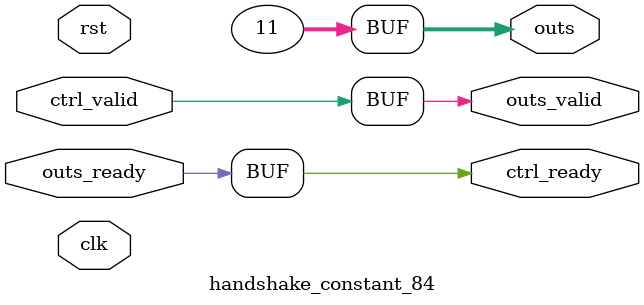
<source format=v>
`timescale 1ns / 1ps
module handshake_constant_84 #(
  parameter DATA_WIDTH = 32  // Default set to 32 bits
) (
  input                       clk,
  input                       rst,
  // Input Channel
  input                       ctrl_valid,
  output                      ctrl_ready,
  // Output Channel
  output [DATA_WIDTH - 1 : 0] outs,
  output                      outs_valid,
  input                       outs_ready
);
  assign outs       = 5'b01011;
  assign outs_valid = ctrl_valid;
  assign ctrl_ready = outs_ready;

endmodule

</source>
